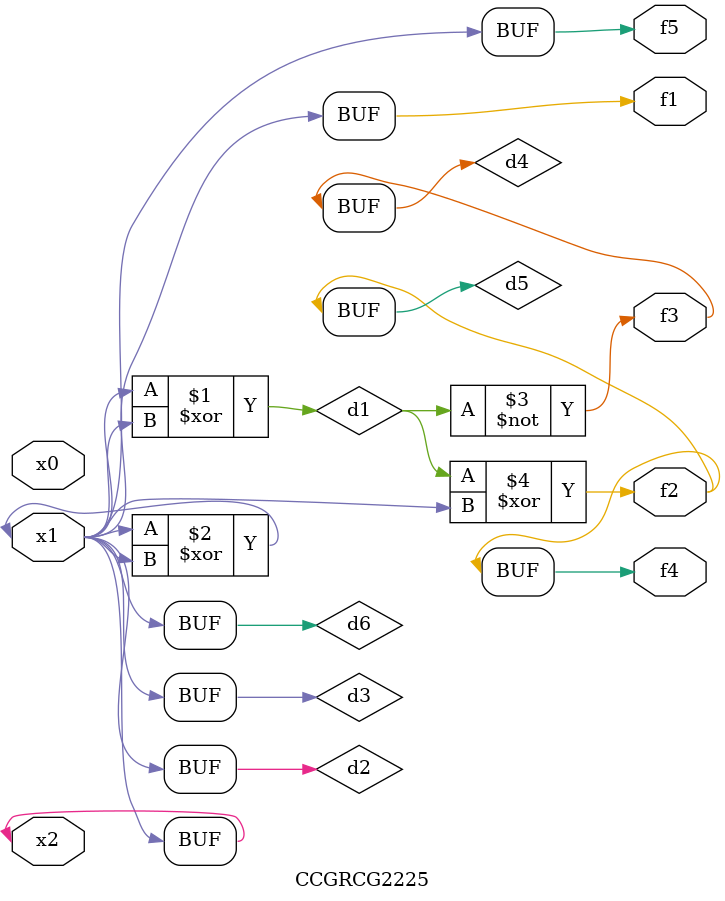
<source format=v>
module CCGRCG2225(
	input x0, x1, x2,
	output f1, f2, f3, f4, f5
);

	wire d1, d2, d3, d4, d5, d6;

	xor (d1, x1, x2);
	buf (d2, x1, x2);
	xor (d3, x1, x2);
	nor (d4, d1);
	xor (d5, d1, d2);
	buf (d6, d2, d3);
	assign f1 = d6;
	assign f2 = d5;
	assign f3 = d4;
	assign f4 = d5;
	assign f5 = d6;
endmodule

</source>
